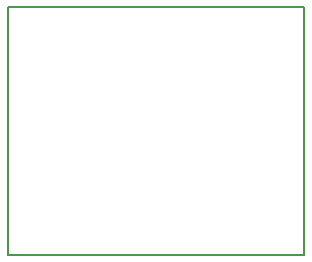
<source format=gbr>
G04 #@! TF.GenerationSoftware,KiCad,Pcbnew,(5.0.0-rc2-178-g3c7b91b96)*
G04 #@! TF.CreationDate,2018-08-09T16:31:39+02:00*
G04 #@! TF.ProjectId,pcb3,706362332E6B696361645F7063620000,rev?*
G04 #@! TF.SameCoordinates,Original*
G04 #@! TF.FileFunction,Profile,NP*
%FSLAX46Y46*%
G04 Gerber Fmt 4.6, Leading zero omitted, Abs format (unit mm)*
G04 Created by KiCad (PCBNEW (5.0.0-rc2-178-g3c7b91b96)) date 08/09/18 16:31:39*
%MOMM*%
%LPD*%
G01*
G04 APERTURE LIST*
%ADD10C,0.150000*%
G04 APERTURE END LIST*
D10*
X107000000Y-84000000D02*
X107000000Y-63000000D01*
X132000000Y-84000000D02*
X107000000Y-84000000D01*
X132000000Y-63000000D02*
X132000000Y-84000000D01*
X107000000Y-63000000D02*
X132000000Y-63000000D01*
M02*

</source>
